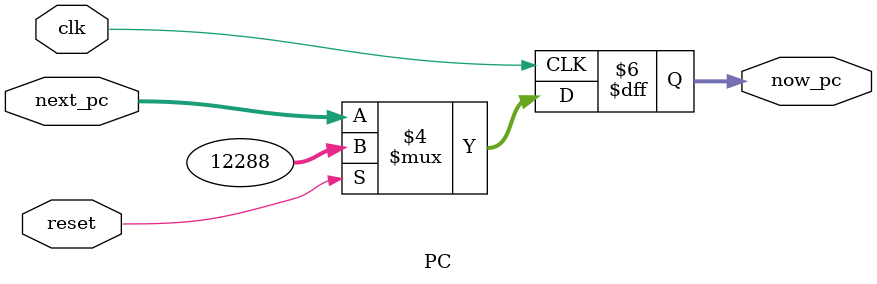
<source format=v>
`timescale 1ns / 1ps

module PC(clk, reset, next_pc, now_pc);
	
	input [31:0] next_pc;
	input clk, reset;
	output reg [31:0] now_pc;
	
	initial begin
		now_pc = 32'h0000_3000;
	end
	
	always @(posedge clk) begin
		if (reset)
			now_pc <= 32'h0000_3000;
		else
			now_pc <= next_pc;
	end

endmodule

</source>
